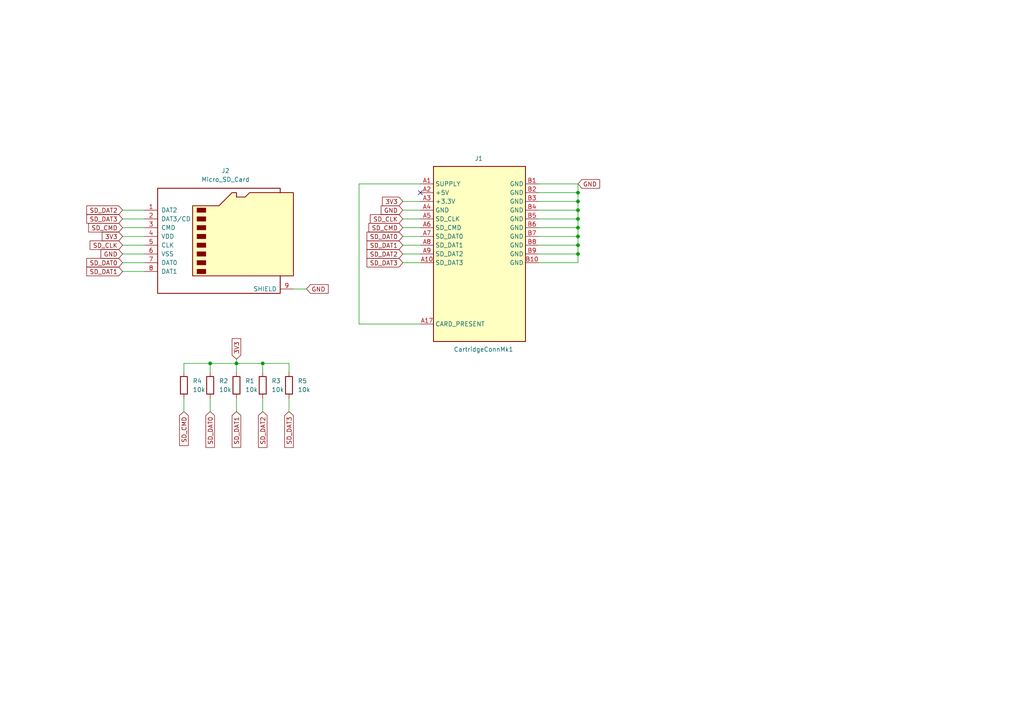
<source format=kicad_sch>
(kicad_sch (version 20231120) (generator "eeschema") (generator_version "8.0")
  (paper "A4")
  (lib_symbols
    (symbol "CartridgeConn:CartridgeConnMk1"
      (property "Reference" "J" (at -6.35 26.67 0))
      (property "Value" "CartridgeConnMk1" (at 15.24 26.67 0))
      (symbol "CartridgeConnMk1_0_1"
        (rectangle (start -12.7 25.4) (end 13.97 -25.4) (stroke (width 0.254)) (fill (type background)))
      )
      (symbol "CartridgeConnMk1_1_1"
        (pin passive line (at -16.51 20.32 0) (length 3.81) (name "SUPPLY") (number "A1"))
        (pin passive line (at -16.51 -2.54 0) (length 3.81) (name "SD_DAT3") (number "A10"))
        (pin input line (at -16.51 -5.08 0) (length 3.81) hide (name "") (number "A11"))
        (pin passive line (at -16.51 -7.62 0) (length 3.81) hide (name "") (number "A12"))
        (pin input line (at -16.51 -10.16 0) (length 3.81) hide (name "") (number "A13"))
        (pin input line (at -16.51 -12.7 0) (length 3.81) hide (name "") (number "A14"))
        (pin passive line (at -16.51 -15.24 0) (length 3.81) hide (name "") (number "A15"))
        (pin output line (at -16.51 -17.78 0) (length 3.81) hide (name "") (number "A16"))
        (pin output line (at -16.51 -20.32 0) (length 3.81) (name "CARD_PRESENT") (number "A17"))
        (pin passive line (at -16.51 -22.86 0) (length 3.81) hide (name "") (number "A18"))
        (pin passive line (at -16.51 17.78 0) (length 3.81) (name "+5V") (number "A2"))
        (pin passive line (at -16.51 15.24 0) (length 3.81) (name "+3.3V") (number "A3"))
        (pin passive line (at -16.51 12.7 0) (length 3.81) (name "GND") (number "A4"))
        (pin passive line (at -16.51 10.16 0) (length 3.81) (name "SD_CLK") (number "A5"))
        (pin passive line (at -16.51 7.62 0) (length 3.81) (name "SD_CMD") (number "A6"))
        (pin passive line (at -16.51 5.08 0) (length 3.81) (name "SD_DAT0") (number "A7"))
        (pin passive line (at -16.51 2.54 0) (length 3.81) (name "SD_DAT1") (number "A8"))
        (pin passive line (at -16.51 0 0) (length 3.81) (name "SD_DAT2") (number "A9"))
        (pin passive line (at 17.78 20.32 180) (length 3.81) (name "GND") (number "B1"))
        (pin passive line (at 17.78 -2.54 180) (length 3.81) (name "GND") (number "B10"))
        (pin passive line (at 17.78 -5.08 180) (length 3.81) hide (name "") (number "B11"))
        (pin passive line (at 17.78 -7.62 180) (length 3.81) hide (name "") (number "B12"))
        (pin passive line (at 17.78 -10.16 180) (length 3.81) hide (name "") (number "B13"))
        (pin passive line (at 17.78 -12.7 180) (length 3.81) hide (name "") (number "B14"))
        (pin passive line (at 17.78 -15.24 180) (length 3.81) hide (name "") (number "B15"))
        (pin passive line (at 17.78 -17.78 180) (length 3.81) hide (name "") (number "B16"))
        (pin passive line (at 17.78 -20.32 180) (length 3.81) hide (name "") (number "B17"))
        (pin passive line (at 17.78 -22.86 180) (length 3.81) hide (name "") (number "B18"))
        (pin passive line (at 17.78 17.78 180) (length 3.81) (name "GND") (number "B2"))
        (pin passive line (at 17.78 15.24 180) (length 3.81) (name "GND") (number "B3"))
        (pin passive line (at 17.78 12.7 180) (length 3.81) (name "GND") (number "B4"))
        (pin passive line (at 17.78 10.16 180) (length 3.81) (name "GND") (number "B5"))
        (pin passive line (at 17.78 7.62 180) (length 3.81) (name "GND") (number "B6"))
        (pin passive line (at 17.78 5.08 180) (length 3.81) (name "GND") (number "B7"))
        (pin passive line (at 17.78 2.54 180) (length 3.81) (name "GND") (number "B8"))
        (pin passive line (at 17.78 0 180) (length 3.81) (name "GND") (number "B9"))
      )
    )
    (symbol "Connector:Micro_SD_Card" (pin_names (offset 1.016))
      (property "Reference" "J" (at -16.51 15.24 0))
      (property "Value" "Micro_SD_Card" (at 16.51 15.24 0))
      (symbol "Micro_SD_Card_0_1"
        (rectangle (start -7.62 -9.525) (end -5.08 -10.795) (fill (type outline)))
        (rectangle (start -7.62 -6.985) (end -5.08 -8.255) (fill (type outline)))
        (rectangle (start -7.62 -4.445) (end -5.08 -5.715) (fill (type outline)))
        (rectangle (start -7.62 -1.905) (end -5.08 -3.175) (fill (type outline)))
        (rectangle (start -7.62 0.635) (end -5.08 -0.635) (fill (type outline)))
        (rectangle (start -7.62 3.175) (end -5.08 1.905) (fill (type outline)))
        (rectangle (start -7.62 5.715) (end -5.08 4.445) (fill (type outline)))
        (rectangle (start -7.62 8.255) (end -5.08 6.985) (fill (type outline)))
        (polyline (pts (xy 16.51 12.7) (xy 16.51 13.97) (xy -19.05 13.97) (xy -19.05 -16.51) (xy 16.51 -16.51) (xy 16.51 -11.43)) (stroke (width 0.254)))
        (polyline (pts (xy -8.89 -11.43) (xy -8.89 8.89) (xy -1.27 8.89) (xy 2.54 12.7) (xy 3.81 12.7) (xy 3.81 11.43) (xy 6.35 11.43) (xy 7.62 12.7) (xy 20.32 12.7) (xy 20.32 -11.43) (xy -8.89 -11.43)) (stroke (width 0.254)) (fill (type background)))
      )
      (symbol "Micro_SD_Card_1_1"
        (pin bidirectional line (at -22.86 7.62 0) (length 3.81) (name "DAT2") (number "1"))
        (pin bidirectional line (at -22.86 5.08 0) (length 3.81) (name "DAT3/CD") (number "2"))
        (pin input line (at -22.86 2.54 0) (length 3.81) (name "CMD") (number "3"))
        (pin power_in line (at -22.86 0 0) (length 3.81) (name "VDD") (number "4"))
        (pin input line (at -22.86 -2.54 0) (length 3.81) (name "CLK") (number "5"))
        (pin power_in line (at -22.86 -5.08 0) (length 3.81) (name "VSS") (number "6"))
        (pin bidirectional line (at -22.86 -7.62 0) (length 3.81) (name "DAT0") (number "7"))
        (pin bidirectional line (at -22.86 -10.16 0) (length 3.81) (name "DAT1") (number "8"))
        (pin passive line (at 20.32 -15.24 180) (length 3.81) (name "SHIELD") (number "9"))
      )
    )
    (symbol "Device:R" (pin_numbers hide) (pin_names (offset 0))
      (property "Reference" "R" (at 2.032 0 90))
      (property "Value" "R" (at 0 0 90))
      (symbol "R_0_1"
        (rectangle (start -1.016 -2.54) (end 1.016 2.54) (stroke (width 0.254)))
      )
      (symbol "R_1_1"
        (pin passive line (at 0 3.81 270) (length 1.27) (name "~") (number "1"))
        (pin passive line (at 0 -3.81 90) (length 1.27) (name "~") (number "2"))
      )
    )
  )
  (junction (at 167.64 55.88))
  (junction (at 167.64 60.96))
  (junction (at 167.64 66.04))
  (junction (at 167.64 68.58))
  (junction (at 167.64 71.12))
  (junction (at 76.2 105.41))
  (junction (at 167.64 73.66))
  (junction (at 68.58 105.41))
  (junction (at 60.96 105.41))
  (junction (at 167.64 58.42))
  (junction (at 167.64 63.5))
  (no_connect (at 121.92 55.88))
  (wire (pts (xy 35.56 68.58) (xy 41.91 68.58)))
  (wire (pts (xy 156.21 55.88) (xy 167.64 55.88)))
  (wire (pts (xy 35.56 63.5) (xy 41.91 63.5)))
  (wire (pts (xy 76.2 107.95) (xy 76.2 105.41)))
  (wire (pts (xy 116.84 71.12) (xy 121.92 71.12)))
  (wire (pts (xy 68.58 115.57) (xy 68.58 119.38)))
  (wire (pts (xy 83.82 107.95) (xy 83.82 105.41)))
  (wire (pts (xy 167.64 73.66) (xy 167.64 71.12)))
  (wire (pts (xy 156.21 76.2) (xy 167.64 76.2)))
  (wire (pts (xy 104.14 93.98) (xy 121.92 93.98)))
  (wire (pts (xy 156.21 58.42) (xy 167.64 58.42)))
  (wire (pts (xy 68.58 105.41) (xy 68.58 107.95)))
  (wire (pts (xy 116.84 60.96) (xy 121.92 60.96)))
  (wire (pts (xy 116.84 58.42) (xy 121.92 58.42)))
  (wire (pts (xy 116.84 73.66) (xy 121.92 73.66)))
  (wire (pts (xy 53.34 107.95) (xy 53.34 105.41)))
  (wire (pts (xy 83.82 115.57) (xy 83.82 119.38)))
  (wire (pts (xy 60.96 115.57) (xy 60.96 119.38)))
  (wire (pts (xy 156.21 53.34) (xy 167.64 53.34)))
  (wire (pts (xy 35.56 76.2) (xy 41.91 76.2)))
  (wire (pts (xy 35.56 60.96) (xy 41.91 60.96)))
  (wire (pts (xy 167.64 58.42) (xy 167.64 55.88)))
  (wire (pts (xy 53.34 105.41) (xy 60.96 105.41)))
  (wire (pts (xy 104.14 53.34) (xy 104.14 93.98)))
  (wire (pts (xy 35.56 71.12) (xy 41.91 71.12)))
  (wire (pts (xy 116.84 66.04) (xy 121.92 66.04)))
  (wire (pts (xy 167.64 66.04) (xy 167.64 63.5)))
  (wire (pts (xy 68.58 104.14) (xy 68.58 105.41)))
  (wire (pts (xy 116.84 68.58) (xy 121.92 68.58)))
  (wire (pts (xy 156.21 63.5) (xy 167.64 63.5)))
  (wire (pts (xy 60.96 107.95) (xy 60.96 105.41)))
  (wire (pts (xy 76.2 115.57) (xy 76.2 119.38)))
  (wire (pts (xy 35.56 78.74) (xy 41.91 78.74)))
  (wire (pts (xy 167.64 68.58) (xy 167.64 66.04)))
  (wire (pts (xy 116.84 63.5) (xy 121.92 63.5)))
  (wire (pts (xy 35.56 73.66) (xy 41.91 73.66)))
  (wire (pts (xy 167.64 60.96) (xy 167.64 58.42)))
  (wire (pts (xy 76.2 105.41) (xy 68.58 105.41)))
  (wire (pts (xy 83.82 105.41) (xy 76.2 105.41)))
  (wire (pts (xy 167.64 63.5) (xy 167.64 60.96)))
  (wire (pts (xy 167.64 71.12) (xy 167.64 68.58)))
  (wire (pts (xy 156.21 71.12) (xy 167.64 71.12)))
  (wire (pts (xy 85.09 83.82) (xy 88.9 83.82)))
  (wire (pts (xy 121.92 53.34) (xy 104.14 53.34)))
  (wire (pts (xy 35.56 66.04) (xy 41.91 66.04)))
  (wire (pts (xy 156.21 68.58) (xy 167.64 68.58)))
  (wire (pts (xy 167.64 55.88) (xy 167.64 53.34)))
  (wire (pts (xy 167.64 76.2) (xy 167.64 73.66)))
  (wire (pts (xy 60.96 105.41) (xy 68.58 105.41)))
  (wire (pts (xy 53.34 115.57) (xy 53.34 119.38)))
  (wire (pts (xy 156.21 66.04) (xy 167.64 66.04)))
  (wire (pts (xy 156.21 60.96) (xy 167.64 60.96)))
  (wire (pts (xy 156.21 73.66) (xy 167.64 73.66)))
  (wire (pts (xy 116.84 76.2) (xy 121.92 76.2)))
  (global_label "SD_CMD" (shape input) (at 35.56 66.04 180) (property "Intersheetrefs" "${INTERSHEET_REFS}" (effects (hide yes))))
  (global_label "SD_CLK" (shape input) (at 35.56 71.12 180) (property "Intersheetrefs" "${INTERSHEET_REFS}" (effects (hide yes))))
  (global_label "SD_DAT3" (shape input) (at 35.56 63.5 180) (property "Intersheetrefs" "${INTERSHEET_REFS}" (effects (hide yes))))
  (global_label "SD_DAT0" (shape input) (at 116.84 68.58 180) (property "Intersheetrefs" "${INTERSHEET_REFS}" (effects (hide yes))))
  (global_label "SD_DAT1" (shape input) (at 68.58 119.38 270) (property "Intersheetrefs" "${INTERSHEET_REFS}" (effects (hide yes))))
  (global_label "GND" (shape input) (at 116.84 60.96 180) (property "Intersheetrefs" "${INTERSHEET_REFS}" (effects (hide yes))))
  (global_label "GND" (shape input) (at 35.56 73.66 180) (property "Intersheetrefs" "${INTERSHEET_REFS}" (effects (hide yes))))
  (global_label "SD_DAT0" (shape input) (at 35.56 76.2 180) (property "Intersheetrefs" "${INTERSHEET_REFS}" (effects (hide yes))))
  (global_label "3V3" (shape input) (at 35.56 68.58 180) (property "Intersheetrefs" "${INTERSHEET_REFS}" (effects (hide yes))))
  (global_label "SD_CMD" (shape input) (at 53.34 119.38 270) (property "Intersheetrefs" "${INTERSHEET_REFS}" (effects (hide yes))))
  (global_label "SD_DAT2" (shape input) (at 35.56 60.96 180) (property "Intersheetrefs" "${INTERSHEET_REFS}" (effects (hide yes))))
  (global_label "SD_DAT0" (shape input) (at 60.96 119.38 270) (property "Intersheetrefs" "${INTERSHEET_REFS}" (effects (hide yes))))
  (global_label "SD_DAT1" (shape input) (at 35.56 78.74 180) (property "Intersheetrefs" "${INTERSHEET_REFS}" (effects (hide yes))))
  (global_label "SD_CLK" (shape input) (at 116.84 63.5 180) (property "Intersheetrefs" "${INTERSHEET_REFS}" (effects (hide yes))))
  (global_label "SD_DAT2" (shape input) (at 116.84 73.66 180) (property "Intersheetrefs" "${INTERSHEET_REFS}" (effects (hide yes))))
  (global_label "SD_DAT2" (shape input) (at 76.2 119.38 270) (property "Intersheetrefs" "${INTERSHEET_REFS}" (effects (hide yes))))
  (global_label "3V3" (shape input) (at 116.84 58.42 180) (property "Intersheetrefs" "${INTERSHEET_REFS}" (effects (hide yes))))
  (global_label "SD_DAT3" (shape input) (at 83.82 119.38 270) (property "Intersheetrefs" "${INTERSHEET_REFS}" (effects (hide yes))))
  (global_label "3V3" (shape input) (at 68.58 104.14 90) (property "Intersheetrefs" "${INTERSHEET_REFS}" (effects (hide yes))))
  (global_label "GND" (shape input) (at 167.64 53.34 0) (property "Intersheetrefs" "${INTERSHEET_REFS}" (effects (hide yes))))
  (global_label "GND" (shape input) (at 88.9 83.82 0) (property "Intersheetrefs" "${INTERSHEET_REFS}" (effects (hide yes))))
  (global_label "SD_DAT3" (shape input) (at 116.84 76.2 180) (property "Intersheetrefs" "${INTERSHEET_REFS}" (effects (hide yes))))
  (global_label "SD_DAT1" (shape input) (at 116.84 71.12 180) (property "Intersheetrefs" "${INTERSHEET_REFS}" (effects (hide yes))))
  (global_label "SD_CMD" (shape input) (at 116.84 66.04 180) (property "Intersheetrefs" "${INTERSHEET_REFS}" (effects (hide yes))))
  (symbol (lib_id "Connector:Micro_SD_Card") (at 64.77 68.58 0) (unit 1)
    (property "Reference" "J2" (at 65.405 49.53 0))
    (property "Value" "Micro_SD_Card" (at 65.405 52.07 0))
    (property "Footprint" "CM4IO:SDCARD_MOLEX_503398-1892" (effects (hide yes)))
    (property "Datasheet" "https://www.we-online.com/components/products/datasheet/693072010801.pdf" (effects (hide yes)))
    (property "Description" "Micro SD Card Socket" (effects (hide yes)))
  )
  (symbol (lib_id "CartridgeConn:CartridgeConnMk1") (at 138.43 73.66 0) (unit 1)
    (property "Reference" "J1" (at 137.668 45.974 0) (effects (justify left)))
    (property "Value" "CartridgeConnMk1" (at 131.572 101.346 0) (effects (justify left)))
    (property "Footprint" "Connector_PCBEdge:BUS_PCIexpress_x1" (effects (hide yes)))
    (property "Datasheet" "http://www.ritrontek.com/uploadfile/2016/1026/20161026105231124.pdf#page=63" (effects (hide yes)))
    (property "Description" "Cartridge Connector Mk1" (effects (hide yes)))
  )
  (symbol (lib_id "Device:R") (at 53.34 111.76 0) (unit 1)
    (property "Reference" "R4" (at 55.88 110.4899 0) (effects (justify left)))
    (property "Value" "10k" (at 55.88 113.0299 0) (effects (justify left)))
    (property "Footprint" "Resistor_SMD:R_0201_0603Metric" (effects (hide yes)))
    (property "Description" "Resistor" (effects (hide yes)))
  )
  (symbol (lib_id "Device:R") (at 68.58 111.76 0) (unit 1)
    (property "Reference" "R1" (at 71.12 110.4899 0) (effects (justify left)))
    (property "Value" "10k" (at 71.12 113.0299 0) (effects (justify left)))
    (property "Footprint" "Resistor_SMD:R_0201_0603Metric" (effects (hide yes)))
    (property "Description" "Resistor" (effects (hide yes)))
  )
  (symbol (lib_id "Device:R") (at 76.2 111.76 0) (unit 1)
    (property "Reference" "R3" (at 78.74 110.4899 0) (effects (justify left)))
    (property "Value" "10k" (at 78.74 113.0299 0) (effects (justify left)))
    (property "Footprint" "Resistor_SMD:R_0201_0603Metric" (effects (hide yes)))
    (property "Description" "Resistor" (effects (hide yes)))
  )
  (symbol (lib_id "Device:R") (at 83.82 111.76 0) (unit 1)
    (property "Reference" "R5" (at 86.36 110.4899 0) (effects (justify left)))
    (property "Value" "10k" (at 86.36 113.0299 0) (effects (justify left)))
    (property "Footprint" "Resistor_SMD:R_0201_0603Metric" (effects (hide yes)))
    (property "Description" "Resistor" (effects (hide yes)))
  )
  (symbol (lib_id "Device:R") (at 60.96 111.76 0) (unit 1)
    (property "Reference" "R2" (at 63.5 110.4899 0) (effects (justify left)))
    (property "Value" "10k" (at 63.5 113.0299 0) (effects (justify left)))
    (property "Footprint" "Resistor_SMD:R_0201_0603Metric" (effects (hide yes)))
    (property "Description" "Resistor" (effects (hide yes)))
  )
)
</source>
